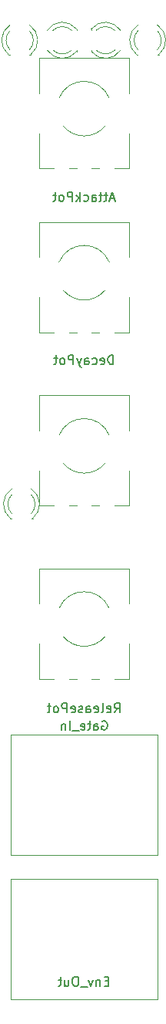
<source format=gbr>
%TF.GenerationSoftware,KiCad,Pcbnew,7.0.7*%
%TF.CreationDate,2023-08-21T16:48:38+01:00*%
%TF.ProjectId,QuadEnv_Controls_2,51756164-456e-4765-9f43-6f6e74726f6c,rev?*%
%TF.SameCoordinates,Original*%
%TF.FileFunction,Legend,Bot*%
%TF.FilePolarity,Positive*%
%FSLAX46Y46*%
G04 Gerber Fmt 4.6, Leading zero omitted, Abs format (unit mm)*
G04 Created by KiCad (PCBNEW 7.0.7) date 2023-08-21 16:48:38*
%MOMM*%
%LPD*%
G01*
G04 APERTURE LIST*
%ADD10C,0.150000*%
%ADD11C,0.120000*%
G04 APERTURE END LIST*
D10*
X62733334Y-120254819D02*
X63066667Y-119778628D01*
X63304762Y-120254819D02*
X63304762Y-119254819D01*
X63304762Y-119254819D02*
X62923810Y-119254819D01*
X62923810Y-119254819D02*
X62828572Y-119302438D01*
X62828572Y-119302438D02*
X62780953Y-119350057D01*
X62780953Y-119350057D02*
X62733334Y-119445295D01*
X62733334Y-119445295D02*
X62733334Y-119588152D01*
X62733334Y-119588152D02*
X62780953Y-119683390D01*
X62780953Y-119683390D02*
X62828572Y-119731009D01*
X62828572Y-119731009D02*
X62923810Y-119778628D01*
X62923810Y-119778628D02*
X63304762Y-119778628D01*
X61923810Y-120207200D02*
X62019048Y-120254819D01*
X62019048Y-120254819D02*
X62209524Y-120254819D01*
X62209524Y-120254819D02*
X62304762Y-120207200D01*
X62304762Y-120207200D02*
X62352381Y-120111961D01*
X62352381Y-120111961D02*
X62352381Y-119731009D01*
X62352381Y-119731009D02*
X62304762Y-119635771D01*
X62304762Y-119635771D02*
X62209524Y-119588152D01*
X62209524Y-119588152D02*
X62019048Y-119588152D01*
X62019048Y-119588152D02*
X61923810Y-119635771D01*
X61923810Y-119635771D02*
X61876191Y-119731009D01*
X61876191Y-119731009D02*
X61876191Y-119826247D01*
X61876191Y-119826247D02*
X62352381Y-119921485D01*
X61304762Y-120254819D02*
X61400000Y-120207200D01*
X61400000Y-120207200D02*
X61447619Y-120111961D01*
X61447619Y-120111961D02*
X61447619Y-119254819D01*
X60542857Y-120207200D02*
X60638095Y-120254819D01*
X60638095Y-120254819D02*
X60828571Y-120254819D01*
X60828571Y-120254819D02*
X60923809Y-120207200D01*
X60923809Y-120207200D02*
X60971428Y-120111961D01*
X60971428Y-120111961D02*
X60971428Y-119731009D01*
X60971428Y-119731009D02*
X60923809Y-119635771D01*
X60923809Y-119635771D02*
X60828571Y-119588152D01*
X60828571Y-119588152D02*
X60638095Y-119588152D01*
X60638095Y-119588152D02*
X60542857Y-119635771D01*
X60542857Y-119635771D02*
X60495238Y-119731009D01*
X60495238Y-119731009D02*
X60495238Y-119826247D01*
X60495238Y-119826247D02*
X60971428Y-119921485D01*
X59638095Y-120254819D02*
X59638095Y-119731009D01*
X59638095Y-119731009D02*
X59685714Y-119635771D01*
X59685714Y-119635771D02*
X59780952Y-119588152D01*
X59780952Y-119588152D02*
X59971428Y-119588152D01*
X59971428Y-119588152D02*
X60066666Y-119635771D01*
X59638095Y-120207200D02*
X59733333Y-120254819D01*
X59733333Y-120254819D02*
X59971428Y-120254819D01*
X59971428Y-120254819D02*
X60066666Y-120207200D01*
X60066666Y-120207200D02*
X60114285Y-120111961D01*
X60114285Y-120111961D02*
X60114285Y-120016723D01*
X60114285Y-120016723D02*
X60066666Y-119921485D01*
X60066666Y-119921485D02*
X59971428Y-119873866D01*
X59971428Y-119873866D02*
X59733333Y-119873866D01*
X59733333Y-119873866D02*
X59638095Y-119826247D01*
X59209523Y-120207200D02*
X59114285Y-120254819D01*
X59114285Y-120254819D02*
X58923809Y-120254819D01*
X58923809Y-120254819D02*
X58828571Y-120207200D01*
X58828571Y-120207200D02*
X58780952Y-120111961D01*
X58780952Y-120111961D02*
X58780952Y-120064342D01*
X58780952Y-120064342D02*
X58828571Y-119969104D01*
X58828571Y-119969104D02*
X58923809Y-119921485D01*
X58923809Y-119921485D02*
X59066666Y-119921485D01*
X59066666Y-119921485D02*
X59161904Y-119873866D01*
X59161904Y-119873866D02*
X59209523Y-119778628D01*
X59209523Y-119778628D02*
X59209523Y-119731009D01*
X59209523Y-119731009D02*
X59161904Y-119635771D01*
X59161904Y-119635771D02*
X59066666Y-119588152D01*
X59066666Y-119588152D02*
X58923809Y-119588152D01*
X58923809Y-119588152D02*
X58828571Y-119635771D01*
X57971428Y-120207200D02*
X58066666Y-120254819D01*
X58066666Y-120254819D02*
X58257142Y-120254819D01*
X58257142Y-120254819D02*
X58352380Y-120207200D01*
X58352380Y-120207200D02*
X58399999Y-120111961D01*
X58399999Y-120111961D02*
X58399999Y-119731009D01*
X58399999Y-119731009D02*
X58352380Y-119635771D01*
X58352380Y-119635771D02*
X58257142Y-119588152D01*
X58257142Y-119588152D02*
X58066666Y-119588152D01*
X58066666Y-119588152D02*
X57971428Y-119635771D01*
X57971428Y-119635771D02*
X57923809Y-119731009D01*
X57923809Y-119731009D02*
X57923809Y-119826247D01*
X57923809Y-119826247D02*
X58399999Y-119921485D01*
X57495237Y-120254819D02*
X57495237Y-119254819D01*
X57495237Y-119254819D02*
X57114285Y-119254819D01*
X57114285Y-119254819D02*
X57019047Y-119302438D01*
X57019047Y-119302438D02*
X56971428Y-119350057D01*
X56971428Y-119350057D02*
X56923809Y-119445295D01*
X56923809Y-119445295D02*
X56923809Y-119588152D01*
X56923809Y-119588152D02*
X56971428Y-119683390D01*
X56971428Y-119683390D02*
X57019047Y-119731009D01*
X57019047Y-119731009D02*
X57114285Y-119778628D01*
X57114285Y-119778628D02*
X57495237Y-119778628D01*
X56352380Y-120254819D02*
X56447618Y-120207200D01*
X56447618Y-120207200D02*
X56495237Y-120159580D01*
X56495237Y-120159580D02*
X56542856Y-120064342D01*
X56542856Y-120064342D02*
X56542856Y-119778628D01*
X56542856Y-119778628D02*
X56495237Y-119683390D01*
X56495237Y-119683390D02*
X56447618Y-119635771D01*
X56447618Y-119635771D02*
X56352380Y-119588152D01*
X56352380Y-119588152D02*
X56209523Y-119588152D01*
X56209523Y-119588152D02*
X56114285Y-119635771D01*
X56114285Y-119635771D02*
X56066666Y-119683390D01*
X56066666Y-119683390D02*
X56019047Y-119778628D01*
X56019047Y-119778628D02*
X56019047Y-120064342D01*
X56019047Y-120064342D02*
X56066666Y-120159580D01*
X56066666Y-120159580D02*
X56114285Y-120207200D01*
X56114285Y-120207200D02*
X56209523Y-120254819D01*
X56209523Y-120254819D02*
X56352380Y-120254819D01*
X55733332Y-119588152D02*
X55352380Y-119588152D01*
X55590475Y-119254819D02*
X55590475Y-120111961D01*
X55590475Y-120111961D02*
X55542856Y-120207200D01*
X55542856Y-120207200D02*
X55447618Y-120254819D01*
X55447618Y-120254819D02*
X55352380Y-120254819D01*
X62080476Y-149731009D02*
X61747143Y-149731009D01*
X61604286Y-150254819D02*
X62080476Y-150254819D01*
X62080476Y-150254819D02*
X62080476Y-149254819D01*
X62080476Y-149254819D02*
X61604286Y-149254819D01*
X61175714Y-149588152D02*
X61175714Y-150254819D01*
X61175714Y-149683390D02*
X61128095Y-149635771D01*
X61128095Y-149635771D02*
X61032857Y-149588152D01*
X61032857Y-149588152D02*
X60890000Y-149588152D01*
X60890000Y-149588152D02*
X60794762Y-149635771D01*
X60794762Y-149635771D02*
X60747143Y-149731009D01*
X60747143Y-149731009D02*
X60747143Y-150254819D01*
X60366190Y-149588152D02*
X60128095Y-150254819D01*
X60128095Y-150254819D02*
X59890000Y-149588152D01*
X59747143Y-150350057D02*
X58985238Y-150350057D01*
X58556666Y-149254819D02*
X58366190Y-149254819D01*
X58366190Y-149254819D02*
X58270952Y-149302438D01*
X58270952Y-149302438D02*
X58175714Y-149397676D01*
X58175714Y-149397676D02*
X58128095Y-149588152D01*
X58128095Y-149588152D02*
X58128095Y-149921485D01*
X58128095Y-149921485D02*
X58175714Y-150111961D01*
X58175714Y-150111961D02*
X58270952Y-150207200D01*
X58270952Y-150207200D02*
X58366190Y-150254819D01*
X58366190Y-150254819D02*
X58556666Y-150254819D01*
X58556666Y-150254819D02*
X58651904Y-150207200D01*
X58651904Y-150207200D02*
X58747142Y-150111961D01*
X58747142Y-150111961D02*
X58794761Y-149921485D01*
X58794761Y-149921485D02*
X58794761Y-149588152D01*
X58794761Y-149588152D02*
X58747142Y-149397676D01*
X58747142Y-149397676D02*
X58651904Y-149302438D01*
X58651904Y-149302438D02*
X58556666Y-149254819D01*
X57270952Y-149588152D02*
X57270952Y-150254819D01*
X57699523Y-149588152D02*
X57699523Y-150111961D01*
X57699523Y-150111961D02*
X57651904Y-150207200D01*
X57651904Y-150207200D02*
X57556666Y-150254819D01*
X57556666Y-150254819D02*
X57413809Y-150254819D01*
X57413809Y-150254819D02*
X57318571Y-150207200D01*
X57318571Y-150207200D02*
X57270952Y-150159580D01*
X56937618Y-149588152D02*
X56556666Y-149588152D01*
X56794761Y-149254819D02*
X56794761Y-150111961D01*
X56794761Y-150111961D02*
X56747142Y-150207200D01*
X56747142Y-150207200D02*
X56651904Y-150254819D01*
X56651904Y-150254819D02*
X56556666Y-150254819D01*
X62590476Y-82054819D02*
X62590476Y-81054819D01*
X62590476Y-81054819D02*
X62352381Y-81054819D01*
X62352381Y-81054819D02*
X62209524Y-81102438D01*
X62209524Y-81102438D02*
X62114286Y-81197676D01*
X62114286Y-81197676D02*
X62066667Y-81292914D01*
X62066667Y-81292914D02*
X62019048Y-81483390D01*
X62019048Y-81483390D02*
X62019048Y-81626247D01*
X62019048Y-81626247D02*
X62066667Y-81816723D01*
X62066667Y-81816723D02*
X62114286Y-81911961D01*
X62114286Y-81911961D02*
X62209524Y-82007200D01*
X62209524Y-82007200D02*
X62352381Y-82054819D01*
X62352381Y-82054819D02*
X62590476Y-82054819D01*
X61209524Y-82007200D02*
X61304762Y-82054819D01*
X61304762Y-82054819D02*
X61495238Y-82054819D01*
X61495238Y-82054819D02*
X61590476Y-82007200D01*
X61590476Y-82007200D02*
X61638095Y-81911961D01*
X61638095Y-81911961D02*
X61638095Y-81531009D01*
X61638095Y-81531009D02*
X61590476Y-81435771D01*
X61590476Y-81435771D02*
X61495238Y-81388152D01*
X61495238Y-81388152D02*
X61304762Y-81388152D01*
X61304762Y-81388152D02*
X61209524Y-81435771D01*
X61209524Y-81435771D02*
X61161905Y-81531009D01*
X61161905Y-81531009D02*
X61161905Y-81626247D01*
X61161905Y-81626247D02*
X61638095Y-81721485D01*
X60304762Y-82007200D02*
X60400000Y-82054819D01*
X60400000Y-82054819D02*
X60590476Y-82054819D01*
X60590476Y-82054819D02*
X60685714Y-82007200D01*
X60685714Y-82007200D02*
X60733333Y-81959580D01*
X60733333Y-81959580D02*
X60780952Y-81864342D01*
X60780952Y-81864342D02*
X60780952Y-81578628D01*
X60780952Y-81578628D02*
X60733333Y-81483390D01*
X60733333Y-81483390D02*
X60685714Y-81435771D01*
X60685714Y-81435771D02*
X60590476Y-81388152D01*
X60590476Y-81388152D02*
X60400000Y-81388152D01*
X60400000Y-81388152D02*
X60304762Y-81435771D01*
X59447619Y-82054819D02*
X59447619Y-81531009D01*
X59447619Y-81531009D02*
X59495238Y-81435771D01*
X59495238Y-81435771D02*
X59590476Y-81388152D01*
X59590476Y-81388152D02*
X59780952Y-81388152D01*
X59780952Y-81388152D02*
X59876190Y-81435771D01*
X59447619Y-82007200D02*
X59542857Y-82054819D01*
X59542857Y-82054819D02*
X59780952Y-82054819D01*
X59780952Y-82054819D02*
X59876190Y-82007200D01*
X59876190Y-82007200D02*
X59923809Y-81911961D01*
X59923809Y-81911961D02*
X59923809Y-81816723D01*
X59923809Y-81816723D02*
X59876190Y-81721485D01*
X59876190Y-81721485D02*
X59780952Y-81673866D01*
X59780952Y-81673866D02*
X59542857Y-81673866D01*
X59542857Y-81673866D02*
X59447619Y-81626247D01*
X59066666Y-81388152D02*
X58828571Y-82054819D01*
X58590476Y-81388152D02*
X58828571Y-82054819D01*
X58828571Y-82054819D02*
X58923809Y-82292914D01*
X58923809Y-82292914D02*
X58971428Y-82340533D01*
X58971428Y-82340533D02*
X59066666Y-82388152D01*
X58209523Y-82054819D02*
X58209523Y-81054819D01*
X58209523Y-81054819D02*
X57828571Y-81054819D01*
X57828571Y-81054819D02*
X57733333Y-81102438D01*
X57733333Y-81102438D02*
X57685714Y-81150057D01*
X57685714Y-81150057D02*
X57638095Y-81245295D01*
X57638095Y-81245295D02*
X57638095Y-81388152D01*
X57638095Y-81388152D02*
X57685714Y-81483390D01*
X57685714Y-81483390D02*
X57733333Y-81531009D01*
X57733333Y-81531009D02*
X57828571Y-81578628D01*
X57828571Y-81578628D02*
X58209523Y-81578628D01*
X57066666Y-82054819D02*
X57161904Y-82007200D01*
X57161904Y-82007200D02*
X57209523Y-81959580D01*
X57209523Y-81959580D02*
X57257142Y-81864342D01*
X57257142Y-81864342D02*
X57257142Y-81578628D01*
X57257142Y-81578628D02*
X57209523Y-81483390D01*
X57209523Y-81483390D02*
X57161904Y-81435771D01*
X57161904Y-81435771D02*
X57066666Y-81388152D01*
X57066666Y-81388152D02*
X56923809Y-81388152D01*
X56923809Y-81388152D02*
X56828571Y-81435771D01*
X56828571Y-81435771D02*
X56780952Y-81483390D01*
X56780952Y-81483390D02*
X56733333Y-81578628D01*
X56733333Y-81578628D02*
X56733333Y-81864342D01*
X56733333Y-81864342D02*
X56780952Y-81959580D01*
X56780952Y-81959580D02*
X56828571Y-82007200D01*
X56828571Y-82007200D02*
X56923809Y-82054819D01*
X56923809Y-82054819D02*
X57066666Y-82054819D01*
X56447618Y-81388152D02*
X56066666Y-81388152D01*
X56304761Y-81054819D02*
X56304761Y-81911961D01*
X56304761Y-81911961D02*
X56257142Y-82007200D01*
X56257142Y-82007200D02*
X56161904Y-82054819D01*
X56161904Y-82054819D02*
X56066666Y-82054819D01*
X62733333Y-63869104D02*
X62257143Y-63869104D01*
X62828571Y-64154819D02*
X62495238Y-63154819D01*
X62495238Y-63154819D02*
X62161905Y-64154819D01*
X61971428Y-63488152D02*
X61590476Y-63488152D01*
X61828571Y-63154819D02*
X61828571Y-64011961D01*
X61828571Y-64011961D02*
X61780952Y-64107200D01*
X61780952Y-64107200D02*
X61685714Y-64154819D01*
X61685714Y-64154819D02*
X61590476Y-64154819D01*
X61399999Y-63488152D02*
X61019047Y-63488152D01*
X61257142Y-63154819D02*
X61257142Y-64011961D01*
X61257142Y-64011961D02*
X61209523Y-64107200D01*
X61209523Y-64107200D02*
X61114285Y-64154819D01*
X61114285Y-64154819D02*
X61019047Y-64154819D01*
X60257142Y-64154819D02*
X60257142Y-63631009D01*
X60257142Y-63631009D02*
X60304761Y-63535771D01*
X60304761Y-63535771D02*
X60399999Y-63488152D01*
X60399999Y-63488152D02*
X60590475Y-63488152D01*
X60590475Y-63488152D02*
X60685713Y-63535771D01*
X60257142Y-64107200D02*
X60352380Y-64154819D01*
X60352380Y-64154819D02*
X60590475Y-64154819D01*
X60590475Y-64154819D02*
X60685713Y-64107200D01*
X60685713Y-64107200D02*
X60733332Y-64011961D01*
X60733332Y-64011961D02*
X60733332Y-63916723D01*
X60733332Y-63916723D02*
X60685713Y-63821485D01*
X60685713Y-63821485D02*
X60590475Y-63773866D01*
X60590475Y-63773866D02*
X60352380Y-63773866D01*
X60352380Y-63773866D02*
X60257142Y-63726247D01*
X59352380Y-64107200D02*
X59447618Y-64154819D01*
X59447618Y-64154819D02*
X59638094Y-64154819D01*
X59638094Y-64154819D02*
X59733332Y-64107200D01*
X59733332Y-64107200D02*
X59780951Y-64059580D01*
X59780951Y-64059580D02*
X59828570Y-63964342D01*
X59828570Y-63964342D02*
X59828570Y-63678628D01*
X59828570Y-63678628D02*
X59780951Y-63583390D01*
X59780951Y-63583390D02*
X59733332Y-63535771D01*
X59733332Y-63535771D02*
X59638094Y-63488152D01*
X59638094Y-63488152D02*
X59447618Y-63488152D01*
X59447618Y-63488152D02*
X59352380Y-63535771D01*
X58923808Y-64154819D02*
X58923808Y-63154819D01*
X58828570Y-63773866D02*
X58542856Y-64154819D01*
X58542856Y-63488152D02*
X58923808Y-63869104D01*
X58114284Y-64154819D02*
X58114284Y-63154819D01*
X58114284Y-63154819D02*
X57733332Y-63154819D01*
X57733332Y-63154819D02*
X57638094Y-63202438D01*
X57638094Y-63202438D02*
X57590475Y-63250057D01*
X57590475Y-63250057D02*
X57542856Y-63345295D01*
X57542856Y-63345295D02*
X57542856Y-63488152D01*
X57542856Y-63488152D02*
X57590475Y-63583390D01*
X57590475Y-63583390D02*
X57638094Y-63631009D01*
X57638094Y-63631009D02*
X57733332Y-63678628D01*
X57733332Y-63678628D02*
X58114284Y-63678628D01*
X56971427Y-64154819D02*
X57066665Y-64107200D01*
X57066665Y-64107200D02*
X57114284Y-64059580D01*
X57114284Y-64059580D02*
X57161903Y-63964342D01*
X57161903Y-63964342D02*
X57161903Y-63678628D01*
X57161903Y-63678628D02*
X57114284Y-63583390D01*
X57114284Y-63583390D02*
X57066665Y-63535771D01*
X57066665Y-63535771D02*
X56971427Y-63488152D01*
X56971427Y-63488152D02*
X56828570Y-63488152D01*
X56828570Y-63488152D02*
X56733332Y-63535771D01*
X56733332Y-63535771D02*
X56685713Y-63583390D01*
X56685713Y-63583390D02*
X56638094Y-63678628D01*
X56638094Y-63678628D02*
X56638094Y-63964342D01*
X56638094Y-63964342D02*
X56685713Y-64059580D01*
X56685713Y-64059580D02*
X56733332Y-64107200D01*
X56733332Y-64107200D02*
X56828570Y-64154819D01*
X56828570Y-64154819D02*
X56971427Y-64154819D01*
X56352379Y-63488152D02*
X55971427Y-63488152D01*
X56209522Y-63154819D02*
X56209522Y-64011961D01*
X56209522Y-64011961D02*
X56161903Y-64107200D01*
X56161903Y-64107200D02*
X56066665Y-64154819D01*
X56066665Y-64154819D02*
X55971427Y-64154819D01*
X61386190Y-121212438D02*
X61481428Y-121164819D01*
X61481428Y-121164819D02*
X61624285Y-121164819D01*
X61624285Y-121164819D02*
X61767142Y-121212438D01*
X61767142Y-121212438D02*
X61862380Y-121307676D01*
X61862380Y-121307676D02*
X61909999Y-121402914D01*
X61909999Y-121402914D02*
X61957618Y-121593390D01*
X61957618Y-121593390D02*
X61957618Y-121736247D01*
X61957618Y-121736247D02*
X61909999Y-121926723D01*
X61909999Y-121926723D02*
X61862380Y-122021961D01*
X61862380Y-122021961D02*
X61767142Y-122117200D01*
X61767142Y-122117200D02*
X61624285Y-122164819D01*
X61624285Y-122164819D02*
X61529047Y-122164819D01*
X61529047Y-122164819D02*
X61386190Y-122117200D01*
X61386190Y-122117200D02*
X61338571Y-122069580D01*
X61338571Y-122069580D02*
X61338571Y-121736247D01*
X61338571Y-121736247D02*
X61529047Y-121736247D01*
X60481428Y-122164819D02*
X60481428Y-121641009D01*
X60481428Y-121641009D02*
X60529047Y-121545771D01*
X60529047Y-121545771D02*
X60624285Y-121498152D01*
X60624285Y-121498152D02*
X60814761Y-121498152D01*
X60814761Y-121498152D02*
X60909999Y-121545771D01*
X60481428Y-122117200D02*
X60576666Y-122164819D01*
X60576666Y-122164819D02*
X60814761Y-122164819D01*
X60814761Y-122164819D02*
X60909999Y-122117200D01*
X60909999Y-122117200D02*
X60957618Y-122021961D01*
X60957618Y-122021961D02*
X60957618Y-121926723D01*
X60957618Y-121926723D02*
X60909999Y-121831485D01*
X60909999Y-121831485D02*
X60814761Y-121783866D01*
X60814761Y-121783866D02*
X60576666Y-121783866D01*
X60576666Y-121783866D02*
X60481428Y-121736247D01*
X60148094Y-121498152D02*
X59767142Y-121498152D01*
X60005237Y-121164819D02*
X60005237Y-122021961D01*
X60005237Y-122021961D02*
X59957618Y-122117200D01*
X59957618Y-122117200D02*
X59862380Y-122164819D01*
X59862380Y-122164819D02*
X59767142Y-122164819D01*
X59052856Y-122117200D02*
X59148094Y-122164819D01*
X59148094Y-122164819D02*
X59338570Y-122164819D01*
X59338570Y-122164819D02*
X59433808Y-122117200D01*
X59433808Y-122117200D02*
X59481427Y-122021961D01*
X59481427Y-122021961D02*
X59481427Y-121641009D01*
X59481427Y-121641009D02*
X59433808Y-121545771D01*
X59433808Y-121545771D02*
X59338570Y-121498152D01*
X59338570Y-121498152D02*
X59148094Y-121498152D01*
X59148094Y-121498152D02*
X59052856Y-121545771D01*
X59052856Y-121545771D02*
X59005237Y-121641009D01*
X59005237Y-121641009D02*
X59005237Y-121736247D01*
X59005237Y-121736247D02*
X59481427Y-121831485D01*
X58814761Y-122260057D02*
X58052856Y-122260057D01*
X57814760Y-122164819D02*
X57814760Y-121164819D01*
X57338570Y-121498152D02*
X57338570Y-122164819D01*
X57338570Y-121593390D02*
X57290951Y-121545771D01*
X57290951Y-121545771D02*
X57195713Y-121498152D01*
X57195713Y-121498152D02*
X57052856Y-121498152D01*
X57052856Y-121498152D02*
X56957618Y-121545771D01*
X56957618Y-121545771D02*
X56909999Y-121641009D01*
X56909999Y-121641009D02*
X56909999Y-122164819D01*
D11*
%TO.C,D2*%
X60190000Y-45420000D02*
X60190000Y-45264000D01*
X60190000Y-47736000D02*
X60190000Y-47580000D01*
X63422335Y-45421392D02*
G75*
G03*
X60190000Y-45264484I-1672335J-1078609D01*
G01*
X62791129Y-45420164D02*
G75*
G03*
X60709040Y-45420001I-1041129J-1079836D01*
G01*
X60709040Y-47579999D02*
G75*
G03*
X62791129Y-47579836I1040960J1079999D01*
G01*
X60190000Y-47735516D02*
G75*
G03*
X63422335Y-47578608I1560000J1235517D01*
G01*
%TO.C,D1*%
X65320000Y-48060000D02*
X65164000Y-48060000D01*
X67636000Y-48060000D02*
X67480000Y-48060000D01*
X65321392Y-44827665D02*
G75*
G03*
X65164484Y-48060000I1078609J-1672335D01*
G01*
X65320164Y-45458871D02*
G75*
G03*
X65320001Y-47540960I1079836J-1041129D01*
G01*
X67479999Y-47540960D02*
G75*
G03*
X67479836Y-45458871I-1079999J1040960D01*
G01*
X67635516Y-48060000D02*
G75*
G03*
X67478608Y-44827665I-1235517J1560000D01*
G01*
%TO.C,RV4*%
X64361000Y-116560000D02*
X64361000Y-112694000D01*
X64361000Y-116560000D02*
X62725000Y-116560000D01*
X64361000Y-108305000D02*
X64361000Y-104440000D01*
X64361000Y-104440000D02*
X54440000Y-104440000D01*
X61075000Y-116560000D02*
X60225000Y-116560000D01*
X58575000Y-116560000D02*
X57725000Y-116560000D01*
X56075000Y-116560000D02*
X54440000Y-116560000D01*
X54440000Y-116560000D02*
X54440000Y-112694000D01*
X54440000Y-108305000D02*
X54440000Y-104440000D01*
X57102248Y-111928294D02*
G75*
G03*
X61698000Y-111928000I2297752J1928294D01*
G01*
X62162432Y-108828018D02*
G75*
G03*
X56638000Y-108827000I-2762432J-1171982D01*
G01*
%TO.C,RV3*%
X64361000Y-97560000D02*
X64361000Y-93694000D01*
X64361000Y-97560000D02*
X62725000Y-97560000D01*
X64361000Y-89305000D02*
X64361000Y-85440000D01*
X64361000Y-85440000D02*
X54440000Y-85440000D01*
X61075000Y-97560000D02*
X60225000Y-97560000D01*
X58575000Y-97560000D02*
X57725000Y-97560000D01*
X56075000Y-97560000D02*
X54440000Y-97560000D01*
X54440000Y-97560000D02*
X54440000Y-93694000D01*
X54440000Y-89305000D02*
X54440000Y-85440000D01*
X57102248Y-92928294D02*
G75*
G03*
X61698000Y-92928000I2297752J1928294D01*
G01*
X62162432Y-89828018D02*
G75*
G03*
X56638000Y-89827000I-2762432J-1171982D01*
G01*
%TO.C,D4*%
X51220000Y-48060000D02*
X51064000Y-48060000D01*
X53536000Y-48060000D02*
X53380000Y-48060000D01*
X51221392Y-44827665D02*
G75*
G03*
X51064484Y-48060000I1078609J-1672335D01*
G01*
X51220164Y-45458871D02*
G75*
G03*
X51220001Y-47540960I1079836J-1041129D01*
G01*
X53379999Y-47540960D02*
G75*
G03*
X53379836Y-45458871I-1079999J1040960D01*
G01*
X53535516Y-48060000D02*
G75*
G03*
X53378608Y-44827665I-1235517J1560000D01*
G01*
%TO.C,D5*%
X51420000Y-98960000D02*
X51264000Y-98960000D01*
X53736000Y-98960000D02*
X53580000Y-98960000D01*
X51421392Y-95727665D02*
G75*
G03*
X51264484Y-98960000I1078609J-1672335D01*
G01*
X51420164Y-96358871D02*
G75*
G03*
X51420001Y-98440960I1079836J-1041129D01*
G01*
X53579999Y-98440960D02*
G75*
G03*
X53579836Y-96358871I-1079999J1040960D01*
G01*
X53735516Y-98960000D02*
G75*
G03*
X53578608Y-95727665I-1235517J1560000D01*
G01*
%TO.C,J6*%
X51350000Y-151700000D02*
X67450000Y-151700000D01*
X67450000Y-151700000D02*
X67450000Y-138500000D01*
X67450000Y-138500000D02*
X51350000Y-138500000D01*
X51350000Y-138500000D02*
X51350000Y-151700000D01*
%TO.C,RV2*%
X64361000Y-78560000D02*
X64361000Y-74694000D01*
X64361000Y-78560000D02*
X62725000Y-78560000D01*
X64361000Y-70305000D02*
X64361000Y-66440000D01*
X64361000Y-66440000D02*
X54440000Y-66440000D01*
X61075000Y-78560000D02*
X60225000Y-78560000D01*
X58575000Y-78560000D02*
X57725000Y-78560000D01*
X56075000Y-78560000D02*
X54440000Y-78560000D01*
X54440000Y-78560000D02*
X54440000Y-74694000D01*
X54440000Y-70305000D02*
X54440000Y-66440000D01*
X57102248Y-73928294D02*
G75*
G03*
X61698000Y-73928000I2297752J1928294D01*
G01*
X62162432Y-70828018D02*
G75*
G03*
X56638000Y-70827000I-2762432J-1171982D01*
G01*
%TO.C,D3*%
X58560000Y-47580000D02*
X58560000Y-47736000D01*
X58560000Y-45264000D02*
X58560000Y-45420000D01*
X55327665Y-47578608D02*
G75*
G03*
X58560000Y-47735516I1672335J1078609D01*
G01*
X55958871Y-47579836D02*
G75*
G03*
X58040960Y-47579999I1041129J1079836D01*
G01*
X58040960Y-45420001D02*
G75*
G03*
X55958871Y-45420164I-1040960J-1079999D01*
G01*
X58560000Y-45264484D02*
G75*
G03*
X55327665Y-45421392I-1560000J-1235517D01*
G01*
%TO.C,RV1*%
X64361000Y-60560000D02*
X64361000Y-56694000D01*
X64361000Y-60560000D02*
X62725000Y-60560000D01*
X64361000Y-52305000D02*
X64361000Y-48440000D01*
X64361000Y-48440000D02*
X54440000Y-48440000D01*
X61075000Y-60560000D02*
X60225000Y-60560000D01*
X58575000Y-60560000D02*
X57725000Y-60560000D01*
X56075000Y-60560000D02*
X54440000Y-60560000D01*
X54440000Y-60560000D02*
X54440000Y-56694000D01*
X54440000Y-52305000D02*
X54440000Y-48440000D01*
X57102248Y-55928294D02*
G75*
G03*
X61698000Y-55928000I2297752J1928294D01*
G01*
X62162432Y-52828018D02*
G75*
G03*
X56638000Y-52827000I-2762432J-1171982D01*
G01*
%TO.C,J5*%
X67450000Y-122700000D02*
X51350000Y-122700000D01*
X51350000Y-122700000D02*
X51350000Y-135900000D01*
X51350000Y-135900000D02*
X67450000Y-135900000D01*
X67450000Y-135900000D02*
X67450000Y-122700000D01*
%TD*%
M02*

</source>
